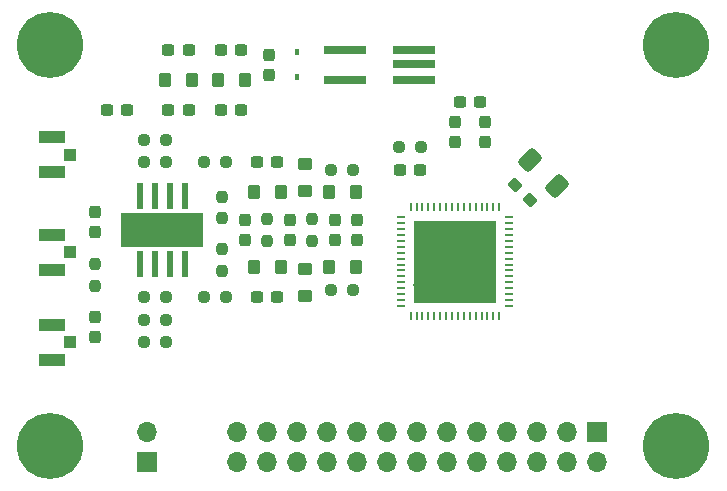
<source format=gbr>
%TF.GenerationSoftware,KiCad,Pcbnew,(5.99.0-12374-g2479e1d7b1)*%
%TF.CreationDate,2021-11-09T23:09:33+03:00*%
%TF.ProjectId,Brass,42726173-732e-46b6-9963-61645f706362,rev?*%
%TF.SameCoordinates,Original*%
%TF.FileFunction,Soldermask,Top*%
%TF.FilePolarity,Negative*%
%FSLAX46Y46*%
G04 Gerber Fmt 4.6, Leading zero omitted, Abs format (unit mm)*
G04 Created by KiCad (PCBNEW (5.99.0-12374-g2479e1d7b1)) date 2021-11-09 23:09:33*
%MOMM*%
%LPD*%
G01*
G04 APERTURE LIST*
G04 Aperture macros list*
%AMRoundRect*
0 Rectangle with rounded corners*
0 $1 Rounding radius*
0 $2 $3 $4 $5 $6 $7 $8 $9 X,Y pos of 4 corners*
0 Add a 4 corners polygon primitive as box body*
4,1,4,$2,$3,$4,$5,$6,$7,$8,$9,$2,$3,0*
0 Add four circle primitives for the rounded corners*
1,1,$1+$1,$2,$3*
1,1,$1+$1,$4,$5*
1,1,$1+$1,$6,$7*
1,1,$1+$1,$8,$9*
0 Add four rect primitives between the rounded corners*
20,1,$1+$1,$2,$3,$4,$5,0*
20,1,$1+$1,$4,$5,$6,$7,0*
20,1,$1+$1,$6,$7,$8,$9,0*
20,1,$1+$1,$8,$9,$2,$3,0*%
G04 Aperture macros list end*
%ADD10R,3.600000X0.760000*%
%ADD11R,3.600000X0.680000*%
%ADD12R,3.600000X0.750000*%
%ADD13R,0.250000X0.800000*%
%ADD14R,0.800000X0.250000*%
%ADD15C,0.500000*%
%ADD16C,3.000000*%
%ADD17R,2.500000X2.500000*%
%ADD18R,7.000000X7.000000*%
%ADD19R,1.700000X1.700000*%
%ADD20O,1.700000X1.700000*%
%ADD21RoundRect,0.237500X0.237500X-0.300000X0.237500X0.300000X-0.237500X0.300000X-0.237500X-0.300000X0*%
%ADD22RoundRect,0.237500X-0.300000X-0.237500X0.300000X-0.237500X0.300000X0.237500X-0.300000X0.237500X0*%
%ADD23RoundRect,0.250000X0.275000X0.350000X-0.275000X0.350000X-0.275000X-0.350000X0.275000X-0.350000X0*%
%ADD24RoundRect,0.237500X-0.250000X-0.237500X0.250000X-0.237500X0.250000X0.237500X-0.250000X0.237500X0*%
%ADD25RoundRect,0.237500X0.300000X0.237500X-0.300000X0.237500X-0.300000X-0.237500X0.300000X-0.237500X0*%
%ADD26C,5.600000*%
%ADD27R,1.050000X1.000000*%
%ADD28R,2.200000X1.050000*%
%ADD29R,0.450000X0.600000*%
%ADD30RoundRect,0.250000X0.350000X-0.275000X0.350000X0.275000X-0.350000X0.275000X-0.350000X-0.275000X0*%
%ADD31R,0.600000X2.200000*%
%ADD32C,1.700000*%
%ADD33R,7.000000X2.940000*%
%ADD34RoundRect,0.237500X-0.237500X0.300000X-0.237500X-0.300000X0.237500X-0.300000X0.237500X0.300000X0*%
%ADD35RoundRect,0.250000X-0.751301X-0.167938X-0.167938X-0.751301X0.751301X0.167938X0.167938X0.751301X0*%
%ADD36RoundRect,0.237500X-0.237500X0.250000X-0.237500X-0.250000X0.237500X-0.250000X0.237500X0.250000X0*%
%ADD37RoundRect,0.237500X0.250000X0.237500X-0.250000X0.237500X-0.250000X-0.237500X0.250000X-0.237500X0*%
%ADD38RoundRect,0.237500X-0.380070X0.044194X0.044194X-0.380070X0.380070X-0.044194X-0.044194X0.380070X0*%
%ADD39RoundRect,0.250000X-0.350000X0.275000X-0.350000X-0.275000X0.350000X-0.275000X0.350000X0.275000X0*%
G04 APERTURE END LIST*
D10*
%TO.C,T1*%
X98785000Y-51430000D03*
D11*
X98785000Y-52665000D03*
D10*
X98785000Y-53975000D03*
X92985000Y-53975000D03*
D12*
X92985000Y-51430000D03*
%TD*%
D13*
%TO.C,U1*%
X98505000Y-73970000D03*
X99005000Y-73970000D03*
X99505000Y-73970000D03*
X100005000Y-73970000D03*
X100505000Y-73970000D03*
X101005000Y-73970000D03*
X101505000Y-73970000D03*
X102005000Y-73970000D03*
X102505000Y-73970000D03*
X103005000Y-73970000D03*
X103505000Y-73970000D03*
X104005000Y-73970000D03*
X104505000Y-73970000D03*
X105005000Y-73970000D03*
X105505000Y-73970000D03*
X106005000Y-73970000D03*
D14*
X106855000Y-73120000D03*
X106855000Y-72620000D03*
X106855000Y-72120000D03*
X106855000Y-71620000D03*
X106855000Y-71120000D03*
X106855000Y-70620000D03*
X106855000Y-70120000D03*
X106855000Y-69620000D03*
X106855000Y-69120000D03*
X106855000Y-68620000D03*
X106855000Y-68120000D03*
X106855000Y-67620000D03*
X106855000Y-67120000D03*
X106855000Y-66620000D03*
X106855000Y-66120000D03*
X106855000Y-65620000D03*
D13*
X106005000Y-64770000D03*
X105505000Y-64770000D03*
X105005000Y-64770000D03*
X104505000Y-64770000D03*
X104005000Y-64770000D03*
X103505000Y-64770000D03*
X103005000Y-64770000D03*
X102505000Y-64770000D03*
X102005000Y-64770000D03*
X101505000Y-64770000D03*
X101005000Y-64770000D03*
X100505000Y-64770000D03*
X100005000Y-64770000D03*
X99505000Y-64770000D03*
X99005000Y-64770000D03*
X98505000Y-64770000D03*
D14*
X97655000Y-65620000D03*
X97655000Y-66120000D03*
X97655000Y-66620000D03*
X97655000Y-67120000D03*
X97655000Y-67620000D03*
X97655000Y-68120000D03*
X97655000Y-68620000D03*
X97655000Y-69120000D03*
X97655000Y-69620000D03*
X97655000Y-70120000D03*
X97655000Y-70620000D03*
X97655000Y-71120000D03*
X97655000Y-71620000D03*
X97655000Y-72120000D03*
X97655000Y-72620000D03*
X97655000Y-73120000D03*
D15*
X99255000Y-66370000D03*
X105255000Y-67870000D03*
X103755000Y-67870000D03*
X100755000Y-69370000D03*
X105255000Y-72370000D03*
X103755000Y-66370000D03*
X102255000Y-70870000D03*
X99255000Y-67870000D03*
X99255000Y-69370000D03*
X105255000Y-66370000D03*
X102255000Y-66370000D03*
D16*
X100255000Y-71370000D03*
D15*
X103755000Y-69370000D03*
D17*
X104005000Y-71120000D03*
D18*
X102255000Y-69370000D03*
D15*
X100755000Y-66370000D03*
X103755000Y-70870000D03*
D17*
X100505000Y-71120000D03*
X104005000Y-67620000D03*
D15*
X102255000Y-67870000D03*
D17*
X100505000Y-67620000D03*
D15*
X103755000Y-72370000D03*
X102255000Y-72370000D03*
X100755000Y-67870000D03*
X105255000Y-69370000D03*
X105255000Y-70870000D03*
X102255000Y-69370000D03*
%TD*%
D19*
%TO.C,J2*%
X76200000Y-86365000D03*
D20*
X76200000Y-83825000D03*
%TD*%
D19*
%TO.C,J1*%
X114285000Y-83815000D03*
D20*
X114285000Y-86355000D03*
X111745000Y-83815000D03*
X111745000Y-86355000D03*
X109205000Y-83815000D03*
X109205000Y-86355000D03*
X106665000Y-83815000D03*
X106665000Y-86355000D03*
X104125000Y-83815000D03*
X104125000Y-86355000D03*
X101585000Y-83815000D03*
X101585000Y-86355000D03*
X99045000Y-83815000D03*
X99045000Y-86355000D03*
X96505000Y-83815000D03*
X96505000Y-86355000D03*
X93965000Y-83815000D03*
X93965000Y-86355000D03*
X91425000Y-83815000D03*
X91425000Y-86355000D03*
X88885000Y-83815000D03*
X88885000Y-86355000D03*
X86345000Y-83815000D03*
X86345000Y-86355000D03*
X83805000Y-83815000D03*
X83805000Y-86355000D03*
%TD*%
D21*
%TO.C,C2*%
X102235000Y-59282500D03*
X102235000Y-57557500D03*
%TD*%
D22*
%TO.C,C40*%
X77997500Y-56515000D03*
X79722500Y-56515000D03*
%TD*%
D23*
%TO.C,L7*%
X84455000Y-53975000D03*
X82155000Y-53975000D03*
%TD*%
D24*
%TO.C,R16*%
X75922500Y-59055000D03*
X77747500Y-59055000D03*
%TD*%
%TO.C,R3*%
X91797500Y-61595000D03*
X93622500Y-61595000D03*
%TD*%
D25*
%TO.C,C4*%
X99287500Y-61595000D03*
X97562500Y-61595000D03*
%TD*%
%TO.C,C34*%
X87222500Y-72390000D03*
X85497500Y-72390000D03*
%TD*%
D23*
%TO.C,L6*%
X87510000Y-63500000D03*
X85210000Y-63500000D03*
%TD*%
D26*
%TO.C,H3*%
X121000000Y-85000000D03*
%TD*%
D23*
%TO.C,L8*%
X80010000Y-53975000D03*
X77710000Y-53975000D03*
%TD*%
D21*
%TO.C,C29*%
X93980000Y-67537500D03*
X93980000Y-65812500D03*
%TD*%
D26*
%TO.C,H4*%
X68000000Y-85000000D03*
%TD*%
D27*
%TO.C,J5*%
X69630000Y-60325000D03*
D28*
X68105000Y-58850000D03*
X68105000Y-61800000D03*
%TD*%
D24*
%TO.C,R2*%
X91797500Y-71755000D03*
X93622500Y-71755000D03*
%TD*%
D23*
%TO.C,L1*%
X93860000Y-69850000D03*
X91560000Y-69850000D03*
%TD*%
D26*
%TO.C,H2*%
X121000000Y-51000000D03*
%TD*%
D24*
%TO.C,R1*%
X97512500Y-59690000D03*
X99337500Y-59690000D03*
%TD*%
D21*
%TO.C,C3*%
X104775000Y-59282500D03*
X104775000Y-57557500D03*
%TD*%
D29*
%TO.C,D1*%
X88900000Y-53755000D03*
X88900000Y-51655000D03*
%TD*%
D27*
%TO.C,J4*%
X69630000Y-68580000D03*
D28*
X68105000Y-67105000D03*
X68105000Y-70055000D03*
%TD*%
D30*
%TO.C,L4*%
X89535000Y-63380000D03*
X89535000Y-61080000D03*
%TD*%
D23*
%TO.C,L5*%
X87510000Y-69850000D03*
X85210000Y-69850000D03*
%TD*%
D31*
%TO.C,U2*%
X75565000Y-69550000D03*
X76835000Y-69550000D03*
X78105000Y-69550000D03*
D15*
X78970000Y-67425000D03*
D32*
X75665000Y-67300000D03*
D31*
X79375000Y-69550000D03*
D15*
X77470000Y-67425000D03*
X78970000Y-65925000D03*
X75970000Y-65925000D03*
X77470000Y-65925000D03*
D33*
X77470000Y-66675000D03*
D31*
X79375000Y-63800000D03*
X78105000Y-63800000D03*
X76835000Y-63800000D03*
X75565000Y-63800000D03*
%TD*%
D26*
%TO.C,H1*%
X68000000Y-51000000D03*
%TD*%
D22*
%TO.C,C38*%
X82442500Y-56515000D03*
X84167500Y-56515000D03*
%TD*%
D25*
%TO.C,C37*%
X84167500Y-51435000D03*
X82442500Y-51435000D03*
%TD*%
D21*
%TO.C,C33*%
X86480000Y-53567500D03*
X86480000Y-51842500D03*
%TD*%
D24*
%TO.C,R13*%
X75922500Y-72390000D03*
X77747500Y-72390000D03*
%TD*%
D22*
%TO.C,C24*%
X102642500Y-55880000D03*
X104367500Y-55880000D03*
%TD*%
D24*
%TO.C,R14*%
X75922500Y-60960000D03*
X77747500Y-60960000D03*
%TD*%
D25*
%TO.C,C43*%
X74522500Y-56515000D03*
X72797500Y-56515000D03*
%TD*%
D34*
%TO.C,C45*%
X71755000Y-74067500D03*
X71755000Y-75792500D03*
%TD*%
D35*
%TO.C,C1*%
X108648266Y-60769266D03*
X110857974Y-62978974D03*
%TD*%
D25*
%TO.C,C36*%
X87222500Y-60960000D03*
X85497500Y-60960000D03*
%TD*%
D36*
%TO.C,R9*%
X82550000Y-63857500D03*
X82550000Y-65682500D03*
%TD*%
D23*
%TO.C,L2*%
X93860000Y-63500000D03*
X91560000Y-63500000D03*
%TD*%
D36*
%TO.C,R5*%
X86360000Y-65762500D03*
X86360000Y-67587500D03*
%TD*%
D21*
%TO.C,C31*%
X88265000Y-67537500D03*
X88265000Y-65812500D03*
%TD*%
D36*
%TO.C,R18*%
X71755000Y-69572500D03*
X71755000Y-71397500D03*
%TD*%
D21*
%TO.C,C32*%
X84455000Y-67537500D03*
X84455000Y-65812500D03*
%TD*%
D37*
%TO.C,R17*%
X77747500Y-76200000D03*
X75922500Y-76200000D03*
%TD*%
D24*
%TO.C,R15*%
X75922500Y-74295000D03*
X77747500Y-74295000D03*
%TD*%
D36*
%TO.C,R8*%
X82550000Y-68302500D03*
X82550000Y-70127500D03*
%TD*%
D38*
%TO.C,C13*%
X107365240Y-62915240D03*
X108585000Y-64135000D03*
%TD*%
D21*
%TO.C,C30*%
X92075000Y-67537500D03*
X92075000Y-65812500D03*
%TD*%
D34*
%TO.C,C46*%
X71755000Y-65177500D03*
X71755000Y-66902500D03*
%TD*%
D24*
%TO.C,R12*%
X81002500Y-60960000D03*
X82827500Y-60960000D03*
%TD*%
D25*
%TO.C,C39*%
X79722500Y-51435000D03*
X77997500Y-51435000D03*
%TD*%
D36*
%TO.C,R4*%
X90170000Y-65762500D03*
X90170000Y-67587500D03*
%TD*%
D27*
%TO.C,J3*%
X69630000Y-76200000D03*
D28*
X68105000Y-74725000D03*
X68105000Y-77675000D03*
%TD*%
D39*
%TO.C,L3*%
X89535000Y-69970000D03*
X89535000Y-72270000D03*
%TD*%
D24*
%TO.C,R10*%
X81002500Y-72390000D03*
X82827500Y-72390000D03*
%TD*%
M02*

</source>
